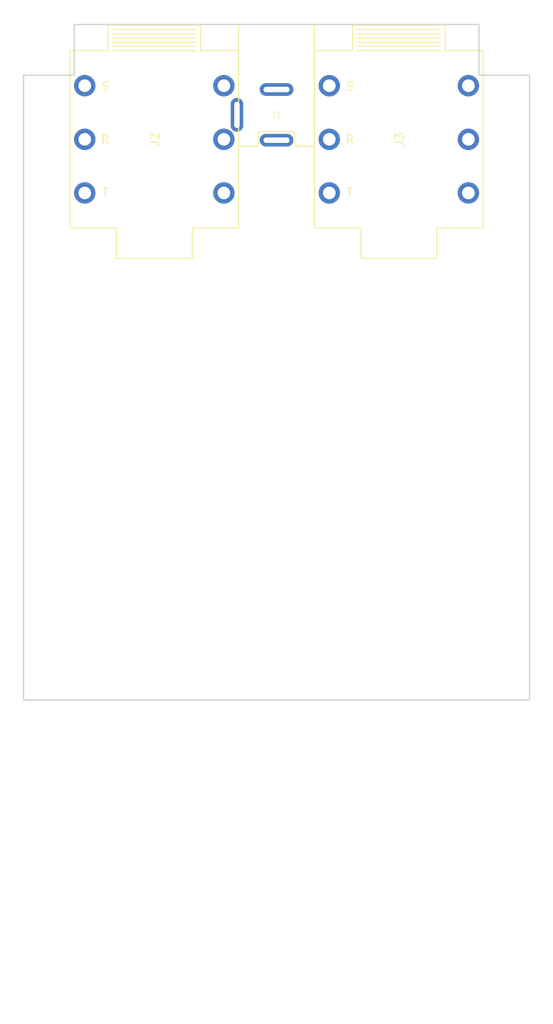
<source format=kicad_pcb>
(kicad_pcb (version 20171130) (host pcbnew "(5.1.10)-1")

  (general
    (thickness 1.6)
    (drawings 36)
    (tracks 0)
    (zones 0)
    (modules 3)
    (nets 8)
  )

  (page USLetter)
  (layers
    (0 F.Cu mixed)
    (31 B.Cu mixed)
    (32 B.Adhes user)
    (33 F.Adhes user)
    (34 B.Paste user)
    (35 F.Paste user)
    (36 B.SilkS user)
    (37 F.SilkS user)
    (38 B.Mask user)
    (39 F.Mask user)
    (40 Dwgs.User user)
    (41 Cmts.User user hide)
    (44 Edge.Cuts user)
    (45 Margin user hide)
    (46 B.CrtYd user hide)
    (47 F.CrtYd user hide)
    (48 B.Fab user hide)
    (49 F.Fab user hide)
  )

  (setup
    (last_trace_width 0.15)
    (user_trace_width 0.2)
    (user_trace_width 0.5)
    (trace_clearance 0.15)
    (zone_clearance 0.2)
    (zone_45_only no)
    (trace_min 0.127)
    (via_size 0.45)
    (via_drill 0.2)
    (via_min_size 0.45)
    (via_min_drill 0.2)
    (uvia_size 0.45)
    (uvia_drill 0.2)
    (uvias_allowed no)
    (uvia_min_size 0.45)
    (uvia_min_drill 0.2)
    (edge_width 0.15)
    (segment_width 0.2)
    (pcb_text_width 0.08)
    (pcb_text_size 0.8 0.8)
    (mod_edge_width 0.1)
    (mod_text_size 1 1)
    (mod_text_width 0.1)
    (pad_size 1 1.5)
    (pad_drill 0)
    (pad_to_mask_clearance 0)
    (aux_axis_origin 0 0)
    (visible_elements 7FFFFFFF)
    (pcbplotparams
      (layerselection 0x030ff_ffffffff)
      (usegerberextensions false)
      (usegerberattributes false)
      (usegerberadvancedattributes false)
      (creategerberjobfile false)
      (excludeedgelayer true)
      (linewidth 0.100000)
      (plotframeref false)
      (viasonmask false)
      (mode 1)
      (useauxorigin false)
      (hpglpennumber 1)
      (hpglpenspeed 20)
      (hpglpendiameter 15.000000)
      (psnegative false)
      (psa4output false)
      (plotreference true)
      (plotvalue true)
      (plotinvisibletext false)
      (padsonsilk false)
      (subtractmaskfromsilk false)
      (outputformat 1)
      (mirror false)
      (drillshape 0)
      (scaleselection 1)
      (outputdirectory "gerber-files/"))
  )

  (net 0 "")
  (net 1 Earth)
  (net 2 "Net-(J1-Pad1)")
  (net 3 "Net-(J1-Pad2)")
  (net 4 "Net-(J1-Pad3)")
  (net 5 "Net-(J2-Pad5)")
  (net 6 IN)
  (net 7 OUT)

  (net_class Default "This is the default net class."
    (clearance 0.15)
    (trace_width 0.15)
    (via_dia 0.45)
    (via_drill 0.2)
    (uvia_dia 0.45)
    (uvia_drill 0.2)
    (diff_pair_width 0.15)
    (diff_pair_gap 0.15)
    (add_net IN)
    (add_net "Net-(J1-Pad1)")
    (add_net "Net-(J1-Pad2)")
    (add_net "Net-(J1-Pad3)")
    (add_net "Net-(J2-Pad5)")
    (add_net OUT)
  )

  (net_class PWR ""
    (clearance 0.15)
    (trace_width 0.4)
    (via_dia 0.6)
    (via_drill 0.4)
    (uvia_dia 0.45)
    (uvia_drill 0.2)
    (add_net Earth)
  )

  (module bca-footprints:DC_Jack_DC005 locked (layer F.Cu) (tedit 61FC325F) (tstamp 61547D2A)
    (at 0 -57.75)
    (path /617DE997)
    (fp_text reference J1 (at 0 10.7) (layer F.SilkS)
      (effects (font (size 0.8 0.8) (thickness 0.08)))
    )
    (fp_text value Barrel_Jack_Switch (at 0 1.2) (layer F.Fab)
      (effects (font (size 1 1) (thickness 0.15)))
    )
    (fp_line (start -4.5 0) (end 4.5 0) (layer F.SilkS) (width 0.12))
    (fp_line (start 4.5 0) (end 4.5 14.4) (layer F.SilkS) (width 0.12))
    (fp_line (start -4.5 14.4) (end -2.15 14.4) (layer F.SilkS) (width 0.12))
    (fp_line (start -4.5 0) (end -4.5 14.4) (layer F.SilkS) (width 0.12))
    (fp_line (start 2.15 14.4) (end 4.5 14.4) (layer F.SilkS) (width 0.12))
    (fp_line (start 2.15 14.4) (end 2.15 12.7) (layer F.SilkS) (width 0.12))
    (fp_line (start 2.15 12.7) (end -2.15 12.7) (layer F.SilkS) (width 0.12))
    (fp_line (start -2.15 12.7) (end -2.15 14.4) (layer F.SilkS) (width 0.12))
    (pad 3 thru_hole oval (at -4.7 10.7 180) (size 1.5 4) (drill oval 0.65 3.1) (layers *.Cu *.Mask)
      (net 4 "Net-(J1-Pad3)"))
    (pad 2 thru_hole oval (at 0 7.7 90) (size 1.5 4) (drill oval 0.65 3.1) (layers *.Cu *.Mask)
      (net 3 "Net-(J1-Pad2)"))
    (pad 1 thru_hole oval (at 0 13.7 90) (size 1.5 4) (drill oval 0.65 3.1) (layers *.Cu *.Mask)
      (net 2 "Net-(J1-Pad1)"))
    (model "C:/Users/Mark Bennett/github/kicad/bca-kicad-lib/bca-3d/DS-210.step"
      (at (xyz 0 0 0))
      (scale (xyz 1 1 1))
      (rotate (xyz 0 0 0))
    )
  )

  (module bca-footprints:Rean_NYS215 locked (layer F.Cu) (tedit 6201CB47) (tstamp 61547D38)
    (at -14.5 -44.15)
    (path /6164B294)
    (fp_text reference J2 (at 0.075 0 90) (layer F.SilkS)
      (effects (font (size 1 1) (thickness 0.15)))
    )
    (fp_text value AudioJack_TRS (at 0 0 90) (layer F.Fab) hide
      (effects (font (size 1 1) (thickness 0.15)))
    )
    (fp_line (start 5 -10.5) (end -5 -10.5) (layer F.SilkS) (width 0.12))
    (fp_line (start -5 -11) (end 5 -11) (layer F.SilkS) (width 0.12))
    (fp_line (start 5 -11.5) (end -5 -11.5) (layer F.SilkS) (width 0.12))
    (fp_line (start -5 -12) (end 5 -12) (layer F.SilkS) (width 0.12))
    (fp_line (start 5 -12.5) (end -5 -12.5) (layer F.SilkS) (width 0.12))
    (fp_line (start -5 -13) (end 5 -13) (layer F.SilkS) (width 0.12))
    (fp_line (start -5.5 -10.5) (end -10 -10.5) (layer F.SilkS) (width 0.12))
    (fp_line (start -5.5 -13.5) (end -5.5 -10.5) (layer F.SilkS) (width 0.12))
    (fp_line (start 5.5 -13.5) (end -5.5 -13.5) (layer F.SilkS) (width 0.12))
    (fp_line (start 5.5 -10.5) (end 5.5 -13.5) (layer F.SilkS) (width 0.12))
    (fp_line (start 10 -10.5) (end 5.5 -10.5) (layer F.SilkS) (width 0.12))
    (fp_line (start 4.5 10.5) (end 10 10.5) (layer F.SilkS) (width 0.12))
    (fp_line (start 4.5 14.1) (end 4.5 10.5) (layer F.SilkS) (width 0.12))
    (fp_line (start -4.5 14.1) (end 4.5 14.1) (layer F.SilkS) (width 0.12))
    (fp_line (start -4.5 10.5) (end -4.5 14.1) (layer F.SilkS) (width 0.12))
    (fp_line (start -10 10.5) (end -4.5 10.5) (layer F.SilkS) (width 0.12))
    (fp_line (start -10 10.5) (end -10 -10.5) (layer F.SilkS) (width 0.12))
    (fp_line (start 10 -10.5) (end 10 10.5) (layer F.SilkS) (width 0.12))
    (fp_text user R (at -5.8 0) (layer F.SilkS)
      (effects (font (size 1 1) (thickness 0.15)))
    )
    (fp_text user S (at -5.8 -6.3) (layer F.SilkS)
      (effects (font (size 1 1) (thickness 0.15)))
    )
    (fp_text user T (at -5.8 6.3) (layer F.SilkS)
      (effects (font (size 1 1) (thickness 0.15)))
    )
    (pad 3 thru_hole circle (at -8.25 -6.35) (size 2.54 2.54) (drill 1.5) (layers *.Cu *.Mask)
      (net 1 Earth))
    (pad 2 thru_hole circle (at -8.25 0) (size 2.54 2.54) (drill 1.5) (layers *.Cu *.Mask)
      (net 2 "Net-(J1-Pad1)"))
    (pad 1 thru_hole circle (at -8.25 6.35) (size 2.54 2.54) (drill 1.5) (layers *.Cu *.Mask)
      (net 6 IN))
    (pad 6 thru_hole circle (at 8.25 -6.35) (size 2.54 2.54) (drill 1.5) (layers *.Cu *.Mask)
      (net 1 Earth))
    (pad 5 thru_hole circle (at 8.25 0) (size 2.54 2.54) (drill 1.5) (layers *.Cu *.Mask)
      (net 5 "Net-(J2-Pad5)"))
    (pad 4 thru_hole circle (at 8.25 6.35) (size 2.54 2.54) (drill 1.5) (layers *.Cu *.Mask)
      (net 1 Earth))
    (model ${BCA3DMOD}/A-1122.step
      (at (xyz 0 0 0))
      (scale (xyz 1 1 1))
      (rotate (xyz 0 0 0))
    )
  )

  (module bca-footprints:Rean_NYS215 locked (layer F.Cu) (tedit 6201CB47) (tstamp 61547D56)
    (at 14.5 -44.15)
    (path /6164BFFE)
    (fp_text reference J3 (at 0.075 0 90) (layer F.SilkS)
      (effects (font (size 1 1) (thickness 0.15)))
    )
    (fp_text value AudioJack_TRS (at 0 0 90) (layer F.Fab) hide
      (effects (font (size 1 1) (thickness 0.15)))
    )
    (fp_line (start 5 -10.5) (end -5 -10.5) (layer F.SilkS) (width 0.12))
    (fp_line (start -5 -11) (end 5 -11) (layer F.SilkS) (width 0.12))
    (fp_line (start 5 -11.5) (end -5 -11.5) (layer F.SilkS) (width 0.12))
    (fp_line (start -5 -12) (end 5 -12) (layer F.SilkS) (width 0.12))
    (fp_line (start 5 -12.5) (end -5 -12.5) (layer F.SilkS) (width 0.12))
    (fp_line (start -5 -13) (end 5 -13) (layer F.SilkS) (width 0.12))
    (fp_line (start -5.5 -10.5) (end -10 -10.5) (layer F.SilkS) (width 0.12))
    (fp_line (start -5.5 -13.5) (end -5.5 -10.5) (layer F.SilkS) (width 0.12))
    (fp_line (start 5.5 -13.5) (end -5.5 -13.5) (layer F.SilkS) (width 0.12))
    (fp_line (start 5.5 -10.5) (end 5.5 -13.5) (layer F.SilkS) (width 0.12))
    (fp_line (start 10 -10.5) (end 5.5 -10.5) (layer F.SilkS) (width 0.12))
    (fp_line (start 4.5 10.5) (end 10 10.5) (layer F.SilkS) (width 0.12))
    (fp_line (start 4.5 14.1) (end 4.5 10.5) (layer F.SilkS) (width 0.12))
    (fp_line (start -4.5 14.1) (end 4.5 14.1) (layer F.SilkS) (width 0.12))
    (fp_line (start -4.5 10.5) (end -4.5 14.1) (layer F.SilkS) (width 0.12))
    (fp_line (start -10 10.5) (end -4.5 10.5) (layer F.SilkS) (width 0.12))
    (fp_line (start -10 10.5) (end -10 -10.5) (layer F.SilkS) (width 0.12))
    (fp_line (start 10 -10.5) (end 10 10.5) (layer F.SilkS) (width 0.12))
    (fp_text user R (at -5.8 0) (layer F.SilkS)
      (effects (font (size 1 1) (thickness 0.15)))
    )
    (fp_text user S (at -5.8 -6.3) (layer F.SilkS)
      (effects (font (size 1 1) (thickness 0.15)))
    )
    (fp_text user T (at -5.8 6.3) (layer F.SilkS)
      (effects (font (size 1 1) (thickness 0.15)))
    )
    (pad 3 thru_hole circle (at -8.25 -6.35) (size 2.54 2.54) (drill 1.5) (layers *.Cu *.Mask)
      (net 1 Earth))
    (pad 2 thru_hole circle (at -8.25 0) (size 2.54 2.54) (drill 1.5) (layers *.Cu *.Mask)
      (net 1 Earth))
    (pad 1 thru_hole circle (at -8.25 6.35) (size 2.54 2.54) (drill 1.5) (layers *.Cu *.Mask)
      (net 7 OUT))
    (pad 6 thru_hole circle (at 8.25 -6.35) (size 2.54 2.54) (drill 1.5) (layers *.Cu *.Mask)
      (net 1 Earth))
    (pad 5 thru_hole circle (at 8.25 0) (size 2.54 2.54) (drill 1.5) (layers *.Cu *.Mask)
      (net 1 Earth))
    (pad 4 thru_hole circle (at 8.25 6.35) (size 2.54 2.54) (drill 1.5) (layers *.Cu *.Mask)
      (net 1 Earth))
    (model ${BCA3DMOD}/A-1122.step
      (at (xyz 0 0 0))
      (scale (xyz 1 1 1))
      (rotate (xyz 0 0 0))
    )
  )

  (gr_circle (center -27.75 -55) (end -25.75 -55) (layer Dwgs.User) (width 0.1))
  (gr_circle (center 27.75 -55) (end 29.75 -55) (layer Dwgs.User) (width 0.1))
  (gr_circle (center -27.75 55) (end -25.75 55) (layer Dwgs.User) (width 0.1))
  (gr_circle (center 27.75 55) (end 29.75 55) (layer Dwgs.User) (width 0.1))
  (gr_line (start -27.0998 -60.6) (end 27.15 -60.6) (layer Dwgs.User) (width 0.1))
  (gr_line (start -27.45 60.6) (end 27.0491 60.6) (layer Dwgs.User) (width 0.1))
  (gr_line (start 32.75 -55) (end 32.75 55) (layer Dwgs.User) (width 0.1))
  (gr_line (start -32.75 -55) (end -32.75 55.3) (layer Dwgs.User) (width 0.1))
  (gr_line (start -24.5 57.955) (end 24.5 57.955) (layer Dwgs.User) (width 0.1))
  (gr_line (start 24.5 57.955) (end 24.5 55) (layer Dwgs.User) (width 0.1))
  (gr_line (start -24.5 57.955) (end -24.5 55) (layer Dwgs.User) (width 0.1))
  (gr_line (start -24.5 -57.955) (end -24.5 -55) (layer Dwgs.User) (width 0.1))
  (gr_line (start 24.5 -57.955) (end -24.5 -57.955) (layer Dwgs.User) (width 0.1))
  (gr_line (start 24.5 -57.955) (end 24.5 -55) (layer Dwgs.User) (width 0.1))
  (gr_line (start -31 -52.05) (end -31 52.05) (layer Dwgs.User) (width 0.1))
  (gr_line (start -31 52.05) (end -27.45 52.05) (layer Dwgs.User) (width 0.1))
  (gr_line (start -27.45 -52.05) (end -31 -52.05) (layer Dwgs.User) (width 0.1))
  (gr_line (start 31 52.05) (end 31 -52.05) (layer Dwgs.User) (width 0.1))
  (gr_line (start 27.45 52.05) (end 31 52.05) (layer Dwgs.User) (width 0.1))
  (gr_line (start 31 -52.05) (end 27.45 -52.05) (layer Dwgs.User) (width 0.1))
  (gr_arc (start -27.45 -55) (end -27.45 -52.05) (angle -90) (layer Dwgs.User) (width 0.1))
  (gr_arc (start 27.45 -55) (end 24.5 -55) (angle -90) (layer Dwgs.User) (width 0.1))
  (gr_arc (start -27.45 55) (end -24.5 55) (angle -90) (layer Dwgs.User) (width 0.1))
  (gr_arc (start 27.45 55) (end 27.45 52.05) (angle -90) (layer Dwgs.User) (width 0.1))
  (gr_arc (start -27.1498 -55) (end -27.099805 -60.599996) (angle -90.4995) (layer Dwgs.User) (width 0.1))
  (gr_arc (start 27.15 -54.9998) (end 32.749999 -55.000022) (angle -90.00002863) (layer Dwgs.User) (width 0.1))
  (gr_arc (start 27.1491 55) (end 27.049103 60.599997) (angle -90.9999799) (layer Dwgs.User) (width 0.1))
  (gr_arc (start -27.45 55.3) (end -32.75 55.3) (angle -90) (layer Dwgs.User) (width 0.1))
  (gr_line (start 24 -57.75) (end -24 -57.75) (layer Edge.Cuts) (width 0.15) (tstamp 5EDD5976))
  (gr_line (start 24 -51.75) (end 24 -57.75) (layer Edge.Cuts) (width 0.15))
  (gr_line (start 30 -51.75) (end 24 -51.75) (layer Edge.Cuts) (width 0.15) (tstamp 5EE3D529))
  (gr_line (start 30 22.25) (end 30 -51.75) (layer Edge.Cuts) (width 0.15))
  (gr_line (start -30 22.25) (end 30 22.25) (layer Edge.Cuts) (width 0.15) (tstamp 5EE41C73))
  (gr_line (start -30 -51.75) (end -30 22.25) (layer Edge.Cuts) (width 0.15) (tstamp 5EE41C70))
  (gr_line (start -24 -51.75) (end -30 -51.75) (layer Edge.Cuts) (width 0.15))
  (gr_line (start -24 -57.75) (end -24 -51.75) (layer Edge.Cuts) (width 0.15))

)

</source>
